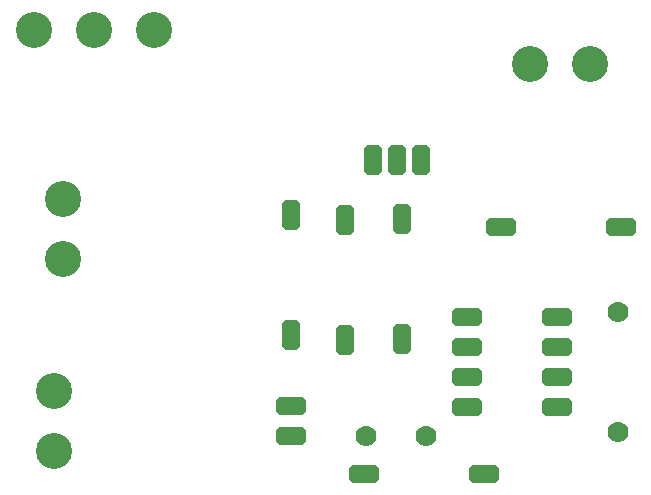
<source format=gbr>
G04 PROTEUS GERBER X2 FILE*
%TF.GenerationSoftware,Labcenter,Proteus,8.13-SP0-Build31525*%
%TF.CreationDate,2025-02-03T13:57:01+00:00*%
%TF.FileFunction,Copper,L1,Top*%
%TF.FilePolarity,Positive*%
%TF.Part,Single*%
%TF.SameCoordinates,{a2927df7-da14-4721-b22e-cf69b3e8405d}*%
%FSLAX45Y45*%
%MOMM*%
G01*
%TA.AperFunction,ComponentPad*%
%ADD10C,3.048000*%
%AMDIL001*
4,1,8,
-1.270000,0.457200,-0.965200,0.762000,0.965200,0.762000,1.270000,0.457200,1.270000,-0.457200,
0.965200,-0.762000,-0.965200,-0.762000,-1.270000,-0.457200,-1.270000,0.457200,
0*%
%TA.AperFunction,ComponentPad*%
%ADD11DIL001*%
%AMDIL002*
4,1,8,
-0.762000,0.965200,-0.457200,1.270000,0.457200,1.270000,0.762000,0.965200,0.762000,-0.965200,
0.457200,-1.270000,-0.457200,-1.270000,-0.762000,-0.965200,-0.762000,0.965200,
0*%
%TA.AperFunction,ComponentPad*%
%ADD12DIL002*%
%ADD13C,1.778000*%
%TD.AperFunction*%
D10*
X+1020000Y+2460000D03*
X+1020000Y+2968000D03*
D11*
X+4440000Y+1970000D03*
X+4440000Y+1716000D03*
X+4440000Y+1462000D03*
X+4440000Y+1208000D03*
X+5202000Y+1208000D03*
X+5202000Y+1462000D03*
X+5202000Y+1716000D03*
X+5202000Y+1970000D03*
D12*
X+2950000Y+2830000D03*
X+2950000Y+1814000D03*
D11*
X+2950000Y+960000D03*
X+2950000Y+1214000D03*
D10*
X+950000Y+1340000D03*
X+950000Y+832000D03*
X+1790000Y+4400000D03*
X+1282000Y+4400000D03*
X+774000Y+4400000D03*
D11*
X+4730000Y+2730000D03*
X+5746000Y+2730000D03*
X+4592022Y+637978D03*
X+3576022Y+637978D03*
D13*
X+3592022Y+957978D03*
X+4100022Y+957978D03*
D12*
X+3410000Y+2790000D03*
X+3410000Y+1774000D03*
D13*
X+5720000Y+2010000D03*
X+5720000Y+994000D03*
D12*
X+3890000Y+2800000D03*
X+3890000Y+1784000D03*
X+3650000Y+3300000D03*
X+3853200Y+3300000D03*
X+4056400Y+3300000D03*
D10*
X+5488000Y+4110000D03*
X+4980000Y+4110000D03*
M02*

</source>
